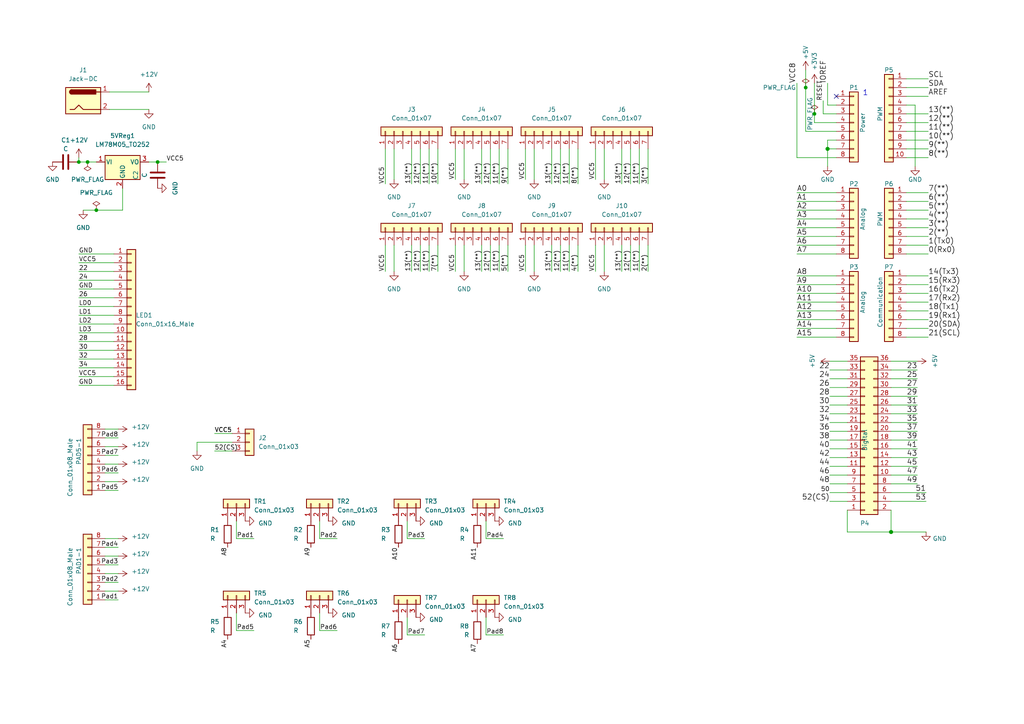
<source format=kicad_sch>
(kicad_sch (version 20230121) (generator eeschema)
  (paper "A4")
  (lib_symbols
    (symbol "Connector:Jack-DC" (pin_names (offset 1.016))
      (property "Reference" "J" (at 0 5.334 0))
      (property "Value" "Jack-DC" (at 0 -5.08 0))
      (symbol "Jack-DC_1_1"
        (pin passive line (at 7.62 2.54 180) (length 2.54) (name "~") (number "1"))
        (pin passive line (at 7.62 -2.54 180) (length 2.54) (name "~") (number "2"))
      )
    )
    (symbol "Connector_Generic:Conn_01x03" (pin_names (offset 1.016) hide)
      (property "Reference" "J" (at 0 5.08 0))
      (property "Value" "Conn_01x03" (at 0 -5.08 0))
      (symbol "Conn_01x03_1_1"
        (pin passive line (at -5.08 2.54 0) (length 3.81) (name "Pin_1") (number "1"))
        (pin passive line (at -5.08 0 0) (length 3.81) (name "Pin_2") (number "2"))
        (pin passive line (at -5.08 -2.54 0) (length 3.81) (name "Pin_3") (number "3"))
      )
    )
    (symbol "Connector_Generic:Conn_01x07" (pin_names (offset 1.016) hide)
      (property "Reference" "J" (at 0 10.16 0))
      (property "Value" "Conn_01x07" (at 0 -10.16 0))
      (symbol "Conn_01x07_1_1"
        (pin passive line (at -5.08 7.62 0) (length 3.81) (name "Pin_1") (number "1"))
        (pin passive line (at -5.08 5.08 0) (length 3.81) (name "Pin_2") (number "2"))
        (pin passive line (at -5.08 2.54 0) (length 3.81) (name "Pin_3") (number "3"))
        (pin passive line (at -5.08 0 0) (length 3.81) (name "Pin_4") (number "4"))
        (pin passive line (at -5.08 -2.54 0) (length 3.81) (name "Pin_5") (number "5"))
        (pin passive line (at -5.08 -5.08 0) (length 3.81) (name "Pin_6") (number "6"))
        (pin passive line (at -5.08 -7.62 0) (length 3.81) (name "Pin_7") (number "7"))
      )
    )
    (symbol "Connector_Generic:Conn_01x08" (pin_names (offset 1.016) hide)
      (property "Reference" "J" (at 0 10.16 0))
      (property "Value" "Conn_01x08" (at 0 -12.7 0))
      (symbol "Conn_01x08_1_1"
        (pin passive line (at -5.08 7.62 0) (length 3.81) (name "Pin_1") (number "1"))
        (pin passive line (at -5.08 5.08 0) (length 3.81) (name "Pin_2") (number "2"))
        (pin passive line (at -5.08 2.54 0) (length 3.81) (name "Pin_3") (number "3"))
        (pin passive line (at -5.08 0 0) (length 3.81) (name "Pin_4") (number "4"))
        (pin passive line (at -5.08 -2.54 0) (length 3.81) (name "Pin_5") (number "5"))
        (pin passive line (at -5.08 -5.08 0) (length 3.81) (name "Pin_6") (number "6"))
        (pin passive line (at -5.08 -7.62 0) (length 3.81) (name "Pin_7") (number "7"))
        (pin passive line (at -5.08 -10.16 0) (length 3.81) (name "Pin_8") (number "8"))
      )
    )
    (symbol "Connector_Generic:Conn_01x10" (pin_names (offset 1.016) hide)
      (property "Reference" "J" (at 0 12.7 0))
      (property "Value" "Conn_01x10" (at 0 -15.24 0))
      (symbol "Conn_01x10_1_1"
        (pin passive line (at -5.08 10.16 0) (length 3.81) (name "Pin_1") (number "1"))
        (pin passive line (at -5.08 -12.7 0) (length 3.81) (name "Pin_10") (number "10"))
        (pin passive line (at -5.08 7.62 0) (length 3.81) (name "Pin_2") (number "2"))
        (pin passive line (at -5.08 5.08 0) (length 3.81) (name "Pin_3") (number "3"))
        (pin passive line (at -5.08 2.54 0) (length 3.81) (name "Pin_4") (number "4"))
        (pin passive line (at -5.08 0 0) (length 3.81) (name "Pin_5") (number "5"))
        (pin passive line (at -5.08 -2.54 0) (length 3.81) (name "Pin_6") (number "6"))
        (pin passive line (at -5.08 -5.08 0) (length 3.81) (name "Pin_7") (number "7"))
        (pin passive line (at -5.08 -7.62 0) (length 3.81) (name "Pin_8") (number "8"))
        (pin passive line (at -5.08 -10.16 0) (length 3.81) (name "Pin_9") (number "9"))
      )
    )
    (symbol "Connector_Generic:Conn_01x16" (pin_names (offset 1.016) hide)
      (property "Reference" "J" (at 0 20.32 0))
      (property "Value" "Conn_01x16" (at 0 -22.86 0))
      (symbol "Conn_01x16_1_1"
        (pin passive line (at -5.08 17.78 0) (length 3.81) (name "Pin_1") (number "1"))
        (pin passive line (at -5.08 -5.08 0) (length 3.81) (name "Pin_10") (number "10"))
        (pin passive line (at -5.08 -7.62 0) (length 3.81) (name "Pin_11") (number "11"))
        (pin passive line (at -5.08 -10.16 0) (length 3.81) (name "Pin_12") (number "12"))
        (pin passive line (at -5.08 -12.7 0) (length 3.81) (name "Pin_13") (number "13"))
        (pin passive line (at -5.08 -15.24 0) (length 3.81) (name "Pin_14") (number "14"))
        (pin passive line (at -5.08 -17.78 0) (length 3.81) (name "Pin_15") (number "15"))
        (pin passive line (at -5.08 -20.32 0) (length 3.81) (name "Pin_16") (number "16"))
        (pin passive line (at -5.08 15.24 0) (length 3.81) (name "Pin_2") (number "2"))
        (pin passive line (at -5.08 12.7 0) (length 3.81) (name "Pin_3") (number "3"))
        (pin passive line (at -5.08 10.16 0) (length 3.81) (name "Pin_4") (number "4"))
        (pin passive line (at -5.08 7.62 0) (length 3.81) (name "Pin_5") (number "5"))
        (pin passive line (at -5.08 5.08 0) (length 3.81) (name "Pin_6") (number "6"))
        (pin passive line (at -5.08 2.54 0) (length 3.81) (name "Pin_7") (number "7"))
        (pin passive line (at -5.08 0 0) (length 3.81) (name "Pin_8") (number "8"))
        (pin passive line (at -5.08 -2.54 0) (length 3.81) (name "Pin_9") (number "9"))
      )
    )
    (symbol "Connector_Generic:Conn_02x18_Odd_Even" (pin_names (offset 1.016) hide)
      (property "Reference" "J" (at 1.27 22.86 0))
      (property "Value" "Conn_02x18_Odd_Even" (at 1.27 -25.4 0))
      (symbol "Conn_02x18_Odd_Even_1_1"
        (pin passive line (at -5.08 20.32 0) (length 3.81) (name "Pin_1") (number "1"))
        (pin passive line (at 7.62 10.16 180) (length 3.81) (name "Pin_10") (number "10"))
        (pin passive line (at -5.08 7.62 0) (length 3.81) (name "Pin_11") (number "11"))
        (pin passive line (at 7.62 7.62 180) (length 3.81) (name "Pin_12") (number "12"))
        (pin passive line (at -5.08 5.08 0) (length 3.81) (name "Pin_13") (number "13"))
        (pin passive line (at 7.62 5.08 180) (length 3.81) (name "Pin_14") (number "14"))
        (pin passive line (at -5.08 2.54 0) (length 3.81) (name "Pin_15") (number "15"))
        (pin passive line (at 7.62 2.54 180) (length 3.81) (name "Pin_16") (number "16"))
        (pin passive line (at -5.08 0 0) (length 3.81) (name "Pin_17") (number "17"))
        (pin passive line (at 7.62 0 180) (length 3.81) (name "Pin_18") (number "18"))
        (pin passive line (at -5.08 -2.54 0) (length 3.81) (name "Pin_19") (number "19"))
        (pin passive line (at 7.62 20.32 180) (length 3.81) (name "Pin_2") (number "2"))
        (pin passive line (at 7.62 -2.54 180) (length 3.81) (name "Pin_20") (number "20"))
        (pin passive line (at -5.08 -5.08 0) (length 3.81) (name "Pin_21") (number "21"))
        (pin passive line (at 7.62 -5.08 180) (length 3.81) (name "Pin_22") (number "22"))
        (pin passive line (at -5.08 -7.62 0) (length 3.81) (name "Pin_23") (number "23"))
        (pin passive line (at 7.62 -7.62 180) (length 3.81) (name "Pin_24") (number "24"))
        (pin passive line (at -5.08 -10.16 0) (length 3.81) (name "Pin_25") (number "25"))
        (pin passive line (at 7.62 -10.16 180) (length 3.81) (name "Pin_26") (number "26"))
        (pin passive line (at -5.08 -12.7 0) (length 3.81) (name "Pin_27") (number "27"))
        (pin passive line (at 7.62 -12.7 180) (length 3.81) (name "Pin_28") (number "28"))
        (pin passive line (at -5.08 -15.24 0) (length 3.81) (name "Pin_29") (number "29"))
        (pin passive line (at -5.08 17.78 0) (length 3.81) (name "Pin_3") (number "3"))
        (pin passive line (at 7.62 -15.24 180) (length 3.81) (name "Pin_30") (number "30"))
        (pin passive line (at -5.08 -17.78 0) (length 3.81) (name "Pin_31") (number "31"))
        (pin passive line (at 7.62 -17.78 180) (length 3.81) (name "Pin_32") (number "32"))
        (pin passive line (at -5.08 -20.32 0) (length 3.81) (name "Pin_33") (number "33"))
        (pin passive line (at 7.62 -20.32 180) (length 3.81) (name "Pin_34") (number "34"))
        (pin passive line (at -5.08 -22.86 0) (length 3.81) (name "Pin_35") (number "35"))
        (pin passive line (at 7.62 -22.86 180) (length 3.81) (name "Pin_36") (number "36"))
        (pin passive line (at 7.62 17.78 180) (length 3.81) (name "Pin_4") (number "4"))
        (pin passive line (at -5.08 15.24 0) (length 3.81) (name "Pin_5") (number "5"))
        (pin passive line (at 7.62 15.24 180) (length 3.81) (name "Pin_6") (number "6"))
        (pin passive line (at -5.08 12.7 0) (length 3.81) (name "Pin_7") (number "7"))
        (pin passive line (at 7.62 12.7 180) (length 3.81) (name "Pin_8") (number "8"))
        (pin passive line (at -5.08 10.16 0) (length 3.81) (name "Pin_9") (number "9"))
      )
    )
    (symbol "Device:C" (pin_numbers hide) (pin_names (offset 0.254))
      (property "Reference" "C" (at 0.635 2.54 0))
      (property "Value" "C" (at 0.635 -2.54 0))
      (symbol "C_1_1"
        (pin passive line (at 0 3.81 270) (length 2.794) (name "~") (number "1"))
        (pin passive line (at 0 -3.81 90) (length 2.794) (name "~") (number "2"))
      )
    )
    (symbol "Device:R" (pin_numbers hide) (pin_names (offset 0))
      (property "Reference" "R" (at 2.032 0 90))
      (property "Value" "R" (at 0 0 90))
      (symbol "R_1_1"
        (pin passive line (at 0 3.81 270) (length 1.27) (name "~") (number "1"))
        (pin passive line (at 0 -3.81 90) (length 1.27) (name "~") (number "2"))
      )
    )
    (symbol "Regulator_Linear:LM78M05_TO252" (pin_names (offset 0.254))
      (property "Reference" "U" (at -3.81 3.175 0))
      (property "Value" "LM78M05_TO252" (at 0 3.175 0))
      (symbol "LM78M05_TO252_1_1"
        (pin power_in line (at -7.62 0 0) (length 2.54) (name "VI") (number "1"))
        (pin power_in line (at 0 -7.62 90) (length 2.54) (name "GND") (number "2"))
        (pin power_out line (at 7.62 0 180) (length 2.54) (name "VO") (number "3"))
      )
    )
    (symbol "power:+12V" (power) (pin_names (offset 0))
      (property "Value" "+12V" (at 0 3.556 0))
      (symbol "+12V_1_1"
        (pin power_in line (at 0 0 90) (length 0) hide (name "+12V") (number "1"))
      )
    )
    (symbol "power:+3V3" (power) (pin_names (offset 0))
      (property "Value" "+3V3" (at 0 3.556 0))
      (symbol "+3V3_1_1"
        (pin power_in line (at 0 0 90) (length 0) hide (name "+3V3") (number "1"))
      )
    )
    (symbol "power:+5V" (power) (pin_names (offset 0))
      (property "Value" "+5V" (at 0 3.556 0))
      (symbol "+5V_1_1"
        (pin power_in line (at 0 0 90) (length 0) hide (name "+5V") (number "1"))
      )
    )
    (symbol "power:GND" (power) (pin_names (offset 0))
      (property "Value" "GND" (at 0 -3.81 0))
      (symbol "GND_1_1"
        (pin power_in line (at 0 0 270) (length 0) hide (name "GND") (number "1"))
      )
    )
    (symbol "power:PWR_FLAG" (power) (pin_numbers hide) (pin_names (offset 0) hide)
      (property "Value" "PWR_FLAG" (at 0 3.81 0))
      (symbol "PWR_FLAG_0_0"
        (pin power_out line (at 0 0 90) (length 0) (name "pwr") (number "1"))
      )
    )
  )
  (junction (at 240.03 43.18) (diameter 1.016))
  (junction (at 25.4 46.99))
  (junction (at 27.94 60.96))
  (junction (at 258.445 154.305) (diameter 1.016))
  (junction (at 22.86 46.99))
  (junction (at 45.72 46.99))
  (junction (at 236.22 33.02))
  (junction (at 233.68 25.4))
  (no_connect (at 242.57 27.94))
  (wire (pts (xy 22.86 91.44) (xy 33.02 91.44)))
  (wire (pts (xy 92.71 151.13) (xy 92.71 156.21)))
  (wire (pts (xy 167.64 71.12) (xy 167.64 78.74)))
  (wire (pts (xy 172.72 71.12) (xy 172.72 78.74)))
  (wire (pts (xy 139.7 43.18) (xy 139.7 53.34)))
  (wire (pts (xy 231.14 58.42) (xy 242.57 58.42)))
  (wire (pts (xy 245.745 145.415) (xy 240.665 145.415)))
  (wire (pts (xy 231.14 68.58) (xy 242.57 68.58)))
  (wire (pts (xy 144.78 43.18) (xy 144.78 53.34)))
  (wire (pts (xy 121.92 43.18) (xy 121.92 53.34)))
  (wire (pts (xy 27.94 60.96) (xy 35.56 60.96)))
  (wire (pts (xy 258.445 127.635) (xy 266.065 127.635)))
  (wire (pts (xy 262.89 73.66) (xy 269.24 73.66)))
  (wire (pts (xy 236.22 35.56) (xy 242.57 35.56)))
  (wire (pts (xy 22.86 73.66) (xy 33.02 73.66)))
  (wire (pts (xy 57.15 128.27) (xy 57.15 130.81)))
  (wire (pts (xy 245.745 127.635) (xy 240.665 127.635)))
  (wire (pts (xy 258.445 140.335) (xy 266.065 140.335)))
  (wire (pts (xy 242.57 80.01) (xy 231.14 80.01)))
  (wire (pts (xy 27.94 46.99) (xy 25.4 46.99)))
  (wire (pts (xy 92.71 182.88) (xy 97.79 182.88)))
  (wire (pts (xy 262.89 97.79) (xy 269.24 97.79)))
  (wire (pts (xy 142.24 71.12) (xy 142.24 78.74)))
  (wire (pts (xy 167.64 43.18) (xy 167.64 53.34)))
  (wire (pts (xy 62.23 125.73) (xy 67.31 125.73)))
  (wire (pts (xy 245.745 140.335) (xy 240.665 140.335)))
  (wire (pts (xy 34.29 137.16) (xy 30.48 137.16)))
  (wire (pts (xy 240.665 104.775) (xy 245.745 104.775)))
  (wire (pts (xy 258.445 122.555) (xy 266.065 122.555)))
  (wire (pts (xy 242.57 55.88) (xy 231.14 55.88)))
  (wire (pts (xy 118.11 156.21) (xy 123.19 156.21)))
  (wire (pts (xy 114.3 43.18) (xy 114.3 52.07)))
  (wire (pts (xy 262.89 58.42) (xy 269.24 58.42)))
  (wire (pts (xy 34.29 139.7) (xy 30.48 139.7)))
  (wire (pts (xy 242.57 66.04) (xy 231.14 66.04)))
  (wire (pts (xy 22.86 96.52) (xy 33.02 96.52)))
  (wire (pts (xy 62.23 130.81) (xy 67.31 130.81)))
  (wire (pts (xy 242.57 71.12) (xy 231.14 71.12)))
  (wire (pts (xy 144.78 71.12) (xy 144.78 78.74)))
  (wire (pts (xy 147.32 71.12) (xy 147.32 78.74)))
  (wire (pts (xy 22.86 83.82) (xy 33.02 83.82)))
  (wire (pts (xy 262.89 45.72) (xy 269.24 45.72)))
  (wire (pts (xy 154.94 71.12) (xy 154.94 78.74)))
  (wire (pts (xy 140.97 179.07) (xy 140.97 184.15)))
  (wire (pts (xy 236.22 33.02) (xy 236.22 35.56)))
  (wire (pts (xy 258.445 104.775) (xy 266.065 104.775)))
  (wire (pts (xy 269.24 60.96) (xy 262.89 60.96)))
  (wire (pts (xy 242.57 95.25) (xy 231.14 95.25)))
  (wire (pts (xy 43.18 46.99) (xy 45.72 46.99)))
  (wire (pts (xy 22.86 88.9) (xy 33.02 88.9)))
  (wire (pts (xy 245.745 122.555) (xy 240.665 122.555)))
  (wire (pts (xy 258.445 154.305) (xy 268.605 154.305)))
  (wire (pts (xy 132.08 43.18) (xy 132.08 52.07)))
  (wire (pts (xy 240.03 43.18) (xy 240.03 48.26)))
  (wire (pts (xy 34.29 132.08) (xy 30.48 132.08)))
  (wire (pts (xy 269.24 66.04) (xy 262.89 66.04)))
  (wire (pts (xy 231.14 97.79) (xy 242.57 97.79)))
  (wire (pts (xy 119.38 71.12) (xy 119.38 78.74)))
  (wire (pts (xy 242.57 60.96) (xy 231.14 60.96)))
  (wire (pts (xy 265.43 48.26) (xy 265.43 30.48)))
  (wire (pts (xy 172.72 43.18) (xy 172.72 52.07)))
  (wire (pts (xy 242.57 33.02) (xy 238.76 33.02)))
  (wire (pts (xy 124.46 43.18) (xy 124.46 53.34)))
  (wire (pts (xy 240.03 30.48) (xy 240.03 24.13)))
  (wire (pts (xy 147.32 43.18) (xy 147.32 53.34)))
  (wire (pts (xy 245.745 112.395) (xy 240.665 112.395)))
  (wire (pts (xy 22.86 46.99) (xy 22.86 45.72)))
  (wire (pts (xy 160.02 71.12) (xy 160.02 78.74)))
  (wire (pts (xy 35.56 54.61) (xy 35.56 60.96)))
  (wire (pts (xy 140.97 184.15) (xy 146.05 184.15)))
  (wire (pts (xy 236.22 24.13) (xy 236.22 33.02)))
  (wire (pts (xy 242.57 30.48) (xy 240.03 30.48)))
  (wire (pts (xy 258.445 109.855) (xy 266.065 109.855)))
  (wire (pts (xy 245.745 137.795) (xy 240.665 137.795)))
  (wire (pts (xy 68.58 177.8) (xy 68.58 182.88)))
  (wire (pts (xy 165.1 71.12) (xy 165.1 78.74)))
  (wire (pts (xy 245.745 109.855) (xy 240.665 109.855)))
  (wire (pts (xy 269.24 55.88) (xy 262.89 55.88)))
  (wire (pts (xy 34.29 156.21) (xy 30.48 156.21)))
  (wire (pts (xy 25.4 46.99) (xy 22.86 46.99)))
  (wire (pts (xy 258.445 137.795) (xy 266.065 137.795)))
  (wire (pts (xy 45.72 46.99) (xy 48.26 46.99)))
  (wire (pts (xy 231.14 63.5) (xy 242.57 63.5)))
  (wire (pts (xy 34.29 171.45) (xy 30.48 171.45)))
  (wire (pts (xy 262.89 68.58) (xy 269.24 68.58)))
  (wire (pts (xy 269.24 90.17) (xy 262.89 90.17)))
  (wire (pts (xy 124.46 71.12) (xy 124.46 78.74)))
  (wire (pts (xy 245.745 107.315) (xy 240.665 107.315)))
  (wire (pts (xy 231.14 87.63) (xy 242.57 87.63)))
  (wire (pts (xy 262.89 87.63) (xy 269.24 87.63)))
  (wire (pts (xy 34.29 166.37) (xy 30.48 166.37)))
  (wire (pts (xy 34.29 129.54) (xy 30.48 129.54)))
  (wire (pts (xy 185.42 71.12) (xy 185.42 78.74)))
  (wire (pts (xy 258.445 147.955) (xy 258.445 154.305)))
  (wire (pts (xy 127 71.12) (xy 127 78.74)))
  (wire (pts (xy 245.745 147.955) (xy 245.745 154.305)))
  (wire (pts (xy 233.68 20.32) (xy 233.68 25.4)))
  (wire (pts (xy 67.31 128.27) (xy 57.15 128.27)))
  (wire (pts (xy 34.29 142.24) (xy 30.48 142.24)))
  (wire (pts (xy 139.7 71.12) (xy 139.7 78.74)))
  (wire (pts (xy 240.03 40.64) (xy 240.03 43.18)))
  (wire (pts (xy 187.96 71.12) (xy 187.96 78.74)))
  (wire (pts (xy 165.1 43.18) (xy 165.1 53.34)))
  (wire (pts (xy 245.745 142.875) (xy 240.665 142.875)))
  (wire (pts (xy 140.97 151.13) (xy 140.97 156.21)))
  (wire (pts (xy 119.38 43.18) (xy 119.38 53.34)))
  (wire (pts (xy 34.29 124.46) (xy 30.48 124.46)))
  (wire (pts (xy 262.89 63.5) (xy 269.24 63.5)))
  (wire (pts (xy 132.08 71.12) (xy 132.08 78.74)))
  (wire (pts (xy 154.94 43.18) (xy 154.94 52.07)))
  (wire (pts (xy 258.445 130.175) (xy 266.065 130.175)))
  (wire (pts (xy 262.89 40.64) (xy 269.24 40.64)))
  (wire (pts (xy 262.89 38.1) (xy 269.24 38.1)))
  (wire (pts (xy 31.75 31.75) (xy 43.18 31.75)))
  (wire (pts (xy 24.13 60.96) (xy 27.94 60.96)))
  (wire (pts (xy 238.76 29.21) (xy 238.76 33.02)))
  (wire (pts (xy 121.92 71.12) (xy 121.92 78.74)))
  (wire (pts (xy 180.34 43.18) (xy 180.34 53.34)))
  (wire (pts (xy 92.71 177.8) (xy 92.71 182.88)))
  (wire (pts (xy 245.745 154.305) (xy 258.445 154.305)))
  (wire (pts (xy 258.445 107.315) (xy 266.065 107.315)))
  (wire (pts (xy 68.58 156.21) (xy 73.66 156.21)))
  (wire (pts (xy 92.71 156.21) (xy 97.79 156.21)))
  (wire (pts (xy 269.24 80.01) (xy 262.89 80.01)))
  (wire (pts (xy 245.745 114.935) (xy 240.665 114.935)))
  (wire (pts (xy 258.445 142.875) (xy 268.605 142.875)))
  (wire (pts (xy 269.24 43.18) (xy 262.89 43.18)))
  (wire (pts (xy 118.11 179.07) (xy 118.11 184.15)))
  (wire (pts (xy 258.445 114.935) (xy 266.065 114.935)))
  (wire (pts (xy 242.57 43.18) (xy 240.03 43.18)))
  (wire (pts (xy 242.57 45.72) (xy 231.14 45.72)))
  (wire (pts (xy 242.57 40.64) (xy 240.03 40.64)))
  (wire (pts (xy 34.29 173.99) (xy 30.48 173.99)))
  (wire (pts (xy 245.745 132.715) (xy 240.665 132.715)))
  (wire (pts (xy 262.89 33.02) (xy 269.24 33.02)))
  (wire (pts (xy 245.745 117.475) (xy 240.665 117.475)))
  (wire (pts (xy 22.86 111.76) (xy 33.02 111.76)))
  (wire (pts (xy 245.745 125.095) (xy 240.665 125.095)))
  (wire (pts (xy 231.14 92.71) (xy 242.57 92.71)))
  (wire (pts (xy 160.02 43.18) (xy 160.02 53.34)))
  (wire (pts (xy 22.86 93.98) (xy 33.02 93.98)))
  (wire (pts (xy 22.86 101.6) (xy 33.02 101.6)))
  (wire (pts (xy 245.745 130.175) (xy 240.665 130.175)))
  (wire (pts (xy 162.56 43.18) (xy 162.56 53.34)))
  (wire (pts (xy 233.68 38.1) (xy 242.57 38.1)))
  (wire (pts (xy 258.445 117.475) (xy 266.065 117.475)))
  (wire (pts (xy 269.24 25.4) (xy 262.89 25.4)))
  (wire (pts (xy 258.445 132.715) (xy 266.065 132.715)))
  (wire (pts (xy 111.76 71.12) (xy 111.76 78.74)))
  (wire (pts (xy 265.43 30.48) (xy 262.89 30.48)))
  (wire (pts (xy 140.97 156.21) (xy 146.05 156.21)))
  (wire (pts (xy 142.24 43.18) (xy 142.24 53.34)))
  (wire (pts (xy 182.88 71.12) (xy 182.88 78.74)))
  (wire (pts (xy 242.57 90.17) (xy 231.14 90.17)))
  (wire (pts (xy 269.24 35.56) (xy 262.89 35.56)))
  (wire (pts (xy 31.75 26.67) (xy 43.18 26.67)))
  (wire (pts (xy 269.24 71.12) (xy 262.89 71.12)))
  (wire (pts (xy 34.29 168.91) (xy 30.48 168.91)))
  (wire (pts (xy 34.29 161.29) (xy 30.48 161.29)))
  (wire (pts (xy 22.86 106.68) (xy 33.02 106.68)))
  (wire (pts (xy 258.445 125.095) (xy 266.065 125.095)))
  (wire (pts (xy 134.62 43.18) (xy 134.62 52.07)))
  (wire (pts (xy 22.86 78.74) (xy 33.02 78.74)))
  (wire (pts (xy 262.89 82.55) (xy 269.24 82.55)))
  (wire (pts (xy 134.62 71.12) (xy 134.62 78.74)))
  (wire (pts (xy 22.86 86.36) (xy 33.02 86.36)))
  (wire (pts (xy 258.445 135.255) (xy 266.065 135.255)))
  (wire (pts (xy 111.76 43.18) (xy 111.76 53.34)))
  (wire (pts (xy 180.34 71.12) (xy 180.34 78.74)))
  (wire (pts (xy 34.29 158.75) (xy 30.48 158.75)))
  (wire (pts (xy 262.89 22.86) (xy 269.24 22.86)))
  (wire (pts (xy 185.42 43.18) (xy 185.42 53.34)))
  (wire (pts (xy 118.11 151.13) (xy 118.11 156.21)))
  (wire (pts (xy 34.29 127) (xy 30.48 127)))
  (wire (pts (xy 175.26 71.12) (xy 175.26 78.74)))
  (wire (pts (xy 269.24 95.25) (xy 262.89 95.25)))
  (wire (pts (xy 22.86 76.2) (xy 33.02 76.2)))
  (wire (pts (xy 231.14 73.66) (xy 242.57 73.66)))
  (wire (pts (xy 231.14 82.55) (xy 242.57 82.55)))
  (wire (pts (xy 22.86 109.22) (xy 33.02 109.22)))
  (wire (pts (xy 258.445 112.395) (xy 266.065 112.395)))
  (wire (pts (xy 22.86 81.28) (xy 33.02 81.28)))
  (wire (pts (xy 34.29 163.83) (xy 30.48 163.83)))
  (wire (pts (xy 34.29 134.62) (xy 30.48 134.62)))
  (wire (pts (xy 187.96 43.18) (xy 187.96 53.34)))
  (wire (pts (xy 258.445 145.415) (xy 268.605 145.415)))
  (wire (pts (xy 269.24 85.09) (xy 262.89 85.09)))
  (wire (pts (xy 22.86 104.14) (xy 33.02 104.14)))
  (wire (pts (xy 22.86 99.06) (xy 33.02 99.06)))
  (wire (pts (xy 182.88 43.18) (xy 182.88 53.34)))
  (wire (pts (xy 245.745 135.255) (xy 240.665 135.255)))
  (wire (pts (xy 262.89 92.71) (xy 269.24 92.71)))
  (wire (pts (xy 231.14 24.13) (xy 231.14 45.72)))
  (wire (pts (xy 118.11 184.15) (xy 123.19 184.15)))
  (wire (pts (xy 245.745 120.015) (xy 240.665 120.015)))
  (wire (pts (xy 114.3 71.12) (xy 114.3 78.74)))
  (wire (pts (xy 162.56 71.12) (xy 162.56 78.74)))
  (wire (pts (xy 242.57 85.09) (xy 231.14 85.09)))
  (wire (pts (xy 233.68 25.4) (xy 233.68 38.1)))
  (wire (pts (xy 152.4 71.12) (xy 152.4 78.74)))
  (wire (pts (xy 152.4 43.18) (xy 152.4 52.07)))
  (wire (pts (xy 262.89 27.94) (xy 269.24 27.94)))
  (wire (pts (xy 258.445 120.015) (xy 266.065 120.015)))
  (wire (pts (xy 68.58 182.88) (xy 73.66 182.88)))
  (wire (pts (xy 68.58 151.13) (xy 68.58 156.21)))
  (wire (pts (xy 175.26 43.18) (xy 175.26 52.07)))
  (wire (pts (xy 127 43.18) (xy 127 53.34)))
  (text "1" (at 250.19 27.94 0) (effects (font (size 1.524 1.524)) (justify left bottom)))
  (label "15(Rx3)" (at 269.24 82.55 0) (effects (font (size 1.524 1.524))))
  (label "A4" (at 66.04 185.42 270))
  (label "41" (at 266.065 130.175 180) (effects (font (size 1.524 1.524))))
  (label "24" (at 240.665 109.855 180) (effects (font (size 1.524 1.524))))
  (label "11(**)" (at 269.24 38.1 0) (effects (font (size 1.524 1.524))))
  (label "VCC5" (at 48.26 46.99 0))
  (label "A14" (at 231.14 95.25 0) (effects (font (size 1.524 1.524))))
  (label "25" (at 266.065 109.855 180) (effects (font (size 1.524 1.524))))
  (label "VCC5" (at 62.23 125.73 0))
  (label "Pad6" (at 97.79 182.88 180))
  (label "34" (at 240.665 122.555 180) (effects (font (size 1.524 1.524))))
  (label "A15" (at 231.14 97.79 0) (effects (font (size 1.524 1.524))))
  (label "A9" (at 231.14 82.55 0) (effects (font (size 1.524 1.524))))
  (label "11(**)" (at 124.46 53.34 90))
  (label "Pad8" (at 34.29 127 180))
  (label "A8" (at 231.14 80.01 0) (effects (font (size 1.524 1.524))))
  (label "7(**)" (at 127 78.74 90))
  (label "23" (at 266.065 107.315 180) (effects (font (size 1.524 1.524))))
  (label "A5" (at 90.17 185.42 270))
  (label "A10" (at 231.14 85.09 0) (effects (font (size 1.524 1.524))))
  (label "26" (at 240.665 112.395 180) (effects (font (size 1.524 1.524))))
  (label "GND" (at 22.86 73.66 0))
  (label "14(Tx3)" (at 269.24 80.01 0) (effects (font (size 1.524 1.524))))
  (label "11(**)" (at 124.46 78.74 90))
  (label "11(**)" (at 144.78 78.74 90))
  (label "45" (at 266.065 135.255 180) (effects (font (size 1.524 1.524))))
  (label "LD2" (at 22.86 93.98 0))
  (label "VCC5" (at 132.08 78.74 90))
  (label "A2" (at 231.14 60.96 0) (effects (font (size 1.524 1.524))))
  (label "8(**)" (at 167.64 53.34 90))
  (label "35" (at 266.065 122.555 180) (effects (font (size 1.524 1.524))))
  (label "VCC5" (at 132.08 52.07 90))
  (label "12(**)" (at 142.24 53.34 90))
  (label "4(**)" (at 269.24 63.5 0) (effects (font (size 1.524 1.524))))
  (label "12(**)" (at 162.56 78.74 90))
  (label "5(**)" (at 147.32 78.74 90))
  (label "13(**)" (at 119.38 53.34 90))
  (label "12(**)" (at 182.88 53.34 90))
  (label "LD3" (at 22.86 96.52 0))
  (label "13(**)" (at 160.02 53.34 90))
  (label "A6" (at 231.14 71.12 0) (effects (font (size 1.524 1.524))))
  (label "SCL" (at 269.24 22.86 0) (effects (font (size 1.524 1.524))))
  (label "28" (at 22.86 99.06 0))
  (label "52(CS)" (at 62.23 130.81 0))
  (label "12(**)" (at 142.24 78.74 90))
  (label "44" (at 240.665 135.255 180) (effects (font (size 1.524 1.524))))
  (label "22" (at 22.86 78.74 0))
  (label "Pad4" (at 34.29 158.75 180))
  (label "40" (at 240.665 130.175 180) (effects (font (size 1.524 1.524))))
  (label "2(**)" (at 187.96 78.74 90))
  (label "13(**)" (at 139.7 78.74 90))
  (label "9(**)" (at 269.24 43.18 0) (effects (font (size 1.524 1.524))))
  (label "VCC5" (at 152.4 78.74 90))
  (label "VCC5" (at 111.76 78.74 90))
  (label "11(**)" (at 144.78 53.34 90))
  (label "VCC5" (at 152.4 52.07 90))
  (label "11(**)" (at 185.42 78.74 90))
  (label "LD0" (at 22.86 88.9 0))
  (label "VCC5" (at 62.23 125.73 0))
  (label "Pad1" (at 34.29 173.99 180))
  (label "A7" (at 231.14 73.66 0) (effects (font (size 1.524 1.524))))
  (label "29" (at 266.065 114.935 180) (effects (font (size 1.524 1.524))))
  (label "A3" (at 231.14 63.5 0) (effects (font (size 1.524 1.524))))
  (label "VCC5" (at 111.76 53.34 90))
  (label "47" (at 266.065 137.795 180) (effects (font (size 1.524 1.524))))
  (label "Pad5" (at 73.66 182.88 180))
  (label "4(**)" (at 167.64 78.74 90))
  (label "28" (at 240.665 114.935 180) (effects (font (size 1.524 1.524))))
  (label "13(**)" (at 139.7 53.34 90))
  (label "17(Rx2)" (at 269.24 87.63 0) (effects (font (size 1.524 1.524))))
  (label "36" (at 240.665 125.095 180) (effects (font (size 1.524 1.524))))
  (label "A8" (at 66.04 158.75 270))
  (label "Pad2" (at 97.79 156.21 180))
  (label "48" (at 240.665 140.335 180) (effects (font (size 1.524 1.524))))
  (label "53" (at 268.605 145.415 180) (effects (font (size 1.524 1.524))))
  (label "37" (at 266.065 125.095 180) (effects (font (size 1.524 1.524))))
  (label "51" (at 268.605 142.875 180) (effects (font (size 1.524 1.524))))
  (label "A12" (at 231.14 90.17 0) (effects (font (size 1.524 1.524))))
  (label "39" (at 266.065 127.635 180) (effects (font (size 1.524 1.524))))
  (label "20(SDA)" (at 269.24 95.25 0) (effects (font (size 1.524 1.524))))
  (label "Pad4" (at 146.05 156.21 180))
  (label "42" (at 240.665 132.715 180) (effects (font (size 1.524 1.524))))
  (label "SDA" (at 269.24 25.4 0) (effects (font (size 1.524 1.524))))
  (label "11(**)" (at 185.42 53.34 90))
  (label "34" (at 22.86 106.68 0))
  (label "A11" (at 231.14 87.63 0) (effects (font (size 1.524 1.524))))
  (label "10(**)" (at 127 53.34 90))
  (label "A6" (at 115.57 186.69 270))
  (label "3(**)" (at 269.24 66.04 0) (effects (font (size 1.524 1.524))))
  (label "24" (at 22.86 81.28 0))
  (label "8(**)" (at 269.24 45.72 0) (effects (font (size 1.524 1.524))))
  (label "A13" (at 231.14 92.71 0) (effects (font (size 1.524 1.524))))
  (label "GND" (at 22.86 111.76 0))
  (label "49" (at 266.065 140.335 180) (effects (font (size 1.524 1.524))))
  (label "12(**)" (at 121.92 53.34 90))
  (label "Pad7" (at 123.19 184.15 180))
  (label "3(**)" (at 187.96 53.34 90))
  (label "11(**)" (at 165.1 78.74 90))
  (label "11(**)" (at 165.1 53.34 90))
  (label "7(**)" (at 269.24 55.88 0) (effects (font (size 1.524 1.524))))
  (label "RESET" (at 238.76 29.21 90))
  (label "13(**)" (at 269.24 33.02 0) (effects (font (size 1.524 1.524))))
  (label "50" (at 240.665 142.875 180))
  (label "12(**)" (at 269.24 35.56 0) (effects (font (size 1.524 1.524))))
  (label "Pad8" (at 146.05 184.15 180))
  (label "30" (at 22.86 101.6 0))
  (label "22" (at 240.665 107.315 180) (effects (font (size 1.524 1.524))))
  (label "16(Tx2)" (at 269.24 85.09 0) (effects (font (size 1.524 1.524))))
  (label "VCC5" (at 172.72 52.07 90))
  (label "IOREF" (at 240.03 24.13 90) (effects (font (size 1.524 1.524))))
  (label "12(**)" (at 182.88 78.74 90))
  (label "33" (at 266.065 120.015 180) (effects (font (size 1.524 1.524))))
  (label "13(**)" (at 180.34 78.74 90))
  (label "31" (at 266.065 117.475 180) (effects (font (size 1.524 1.524))))
  (label "A9" (at 90.17 158.75 270))
  (label "38" (at 240.665 127.635 180) (effects (font (size 1.524 1.524))))
  (label "VCC5" (at 22.86 109.22 0))
  (label "VCC5" (at 22.86 76.2 0))
  (label "A4" (at 231.14 66.04 0) (effects (font (size 1.524 1.524))))
  (label "A10" (at 115.57 158.75 270))
  (label "30" (at 240.665 117.475 180) (effects (font (size 1.524 1.524))))
  (label "VCC5" (at 172.72 78.74 90))
  (label "21(SCL)" (at 269.24 97.79 0) (effects (font (size 1.524 1.524))))
  (label "12(**)" (at 162.56 53.34 90))
  (label "VCC8" (at 231.14 24.13 90) (effects (font (size 1.524 1.524))))
  (label "43" (at 266.065 132.715 180) (effects (font (size 1.524 1.524))))
  (label "46" (at 240.665 137.795 180) (effects (font (size 1.524 1.524))))
  (label "32" (at 240.665 120.015 180) (effects (font (size 1.524 1.524))))
  (label "1(Tx0)" (at 269.24 71.12 0) (effects (font (size 1.524 1.524))))
  (label "0(Rx0)" (at 269.24 73.66 0) (effects (font (size 1.524 1.524))))
  (label "AREF" (at 269.24 27.94 0) (effects (font (size 1.524 1.524))))
  (label "Pad3" (at 34.29 163.83 180))
  (label "Pad1" (at 73.66 156.21 180))
  (label "12(**)" (at 121.92 78.74 90))
  (label "A7" (at 138.43 186.69 270))
  (label "Pad5" (at 34.29 142.24 180))
  (label "2(**)" (at 269.24 68.58 0) (effects (font (size 1.524 1.524))))
  (label "5(**)" (at 269.24 60.96 0) (effects (font (size 1.524 1.524))))
  (label "Pad7" (at 34.29 132.08 180))
  (label "26" (at 22.86 86.36 0))
  (label "6(**)" (at 269.24 58.42 0) (effects (font (size 1.524 1.524))))
  (label "52(CS)" (at 240.665 145.415 180) (effects (font (size 1.524 1.524))))
  (label "Pad2" (at 34.29 168.91 180))
  (label "A11" (at 138.43 158.75 270))
  (label "LD1" (at 22.86 91.44 0))
  (label "9(**)" (at 147.32 53.34 90))
  (label "A5" (at 231.14 68.58 0) (effects (font (size 1.524 1.524))))
  (label "27" (at 266.065 112.395 180) (effects (font (size 1.524 1.524))))
  (label "13(**)" (at 119.38 78.74 90))
  (label "19(Rx1)" (at 269.24 92.71 0) (effects (font (size 1.524 1.524))))
  (label "13(**)" (at 180.34 53.34 90))
  (label "GND" (at 22.86 83.82 0))
  (label "32" (at 22.86 104.14 0))
  (label "A0" (at 231.14 55.88 0) (effects (font (size 1.524 1.524))))
  (label "A1" (at 231.14 58.42 0) (effects (font (size 1.524 1.524))))
  (label "13(**)" (at 160.02 78.74 90))
  (label "Pad3" (at 123.19 156.21 180))
  (label "Pad6" (at 34.29 137.16 180))
  (label "18(Tx1)" (at 269.24 90.17 0) (effects (font (size 1.524 1.524))))
  (label "10(**)" (at 269.24 40.64 0) (effects (font (size 1.524 1.524))))
  (symbol (lib_id "power:GND") (at 114.3 52.07 0) (unit 1)
    (property "Reference" "#PWR010" (effects hide))
    (property "Value" "GND" (at 114.3 57.15 0))
  )
  (symbol (lib_id "Connector_Generic:Conn_01x07") (at 180.34 38.1 90) (unit 1)
    (property "Reference" "J6" (at 180.34 31.75 90))
    (property "Value" "Conn_01x07" (at 180.34 34.29 90))
    (property "Footprint" "Connector_PinHeader_2.54mm:PinHeader_1x07_P2.54mm_Vertical" (effects hide))
  )
  (symbol (lib_id "power:GND") (at 143.51 151.13 90) (unit 1)
    (property "Reference" "#PWR021" (effects hide))
    (property "Value" "GND" (at 147.32 151.765 90) (effects (justify right)))
  )
  (symbol (lib_id "power:+12V") (at 34.29 161.29 270) (unit 1)
    (property "Reference" "#PWR07" (effects hide))
    (property "Value" "+12V" (at 38.1 160.655 90) (effects (justify left)))
  )
  (symbol (lib_id "Device:R") (at 90.17 154.94 0) (unit 1)
    (property "Reference" "R2" (at 85.09 153.67 0) (effects (justify left)))
    (property "Value" "R" (at 85.09 156.21 0) (effects (justify left)))
    (property "Footprint" "Resistor_SMD:R_0805_2012Metric_Pad1.20x1.40mm_HandSolder" (effects hide))
  )
  (symbol (lib_id "Connector_Generic:Conn_01x03") (at 140.97 173.99 90) (unit 1)
    (property "Reference" "TR8" (at 146.05 173.355 90) (effects (justify right)))
    (property "Value" "Conn_01x03" (at 146.05 175.895 90) (effects (justify right)))
    (property "Footprint" "Connector_PinSocket_2.54mm:PinSocket_1x03_P2.54mm_Vertical" (effects hide))
  )
  (symbol (lib_id "power:GND") (at 134.62 78.74 0) (unit 1)
    (property "Reference" "#PWR015" (effects hide))
    (property "Value" "GND" (at 134.62 83.82 0))
  )
  (symbol (lib_id "Device:R") (at 66.04 181.61 0) (unit 1)
    (property "Reference" "R5" (at 60.96 180.34 0) (effects (justify left)))
    (property "Value" "R" (at 60.96 182.88 0) (effects (justify left)))
    (property "Footprint" "Resistor_SMD:R_0805_2012Metric_Pad1.20x1.40mm_HandSolder" (effects hide))
  )
  (symbol (lib_id "power:PWR_FLAG") (at 27.94 60.96 0) (unit 1)
    (property "Reference" "#FLG0102" (effects hide))
    (property "Value" "PWR_FLAG" (at 27.94 55.88 0))
  )
  (symbol (lib_id "power:+12V") (at 34.29 134.62 270) (unit 1)
    (property "Reference" "#PWR02" (effects hide))
    (property "Value" "+12V" (at 38.1 133.985 90) (effects (justify left)))
  )
  (symbol (lib_id "power:GND") (at 71.12 177.8 90) (unit 1)
    (property "Reference" "#PWR025" (effects hide))
    (property "Value" "GND" (at 74.93 178.435 90) (effects (justify right)))
  )
  (symbol (lib_id "Regulator_Linear:LM78M05_TO252") (at 35.56 46.99 0) (unit 1)
    (property "Reference" "5VReg1" (at 35.56 39.37 0))
    (property "Value" "LM78M05_TO252" (at 35.56 41.91 0))
    (property "Footprint" "Package_TO_SOT_SMD:TO-252-2" (effects hide))
    (property "Datasheet" "https://www.onsemi.com/pub/Collateral/MC78M00-D.PDF" (effects hide))
  )
  (symbol (lib_id "Device:C") (at 19.05 46.99 90) (unit 1)
    (property "Reference" "C1" (at 19.05 40.64 90))
    (property "Value" "C" (at 19.05 43.18 90))
    (property "Footprint" "footprints_0805_0-33uF:CAP_CL21_SAM" (effects hide))
  )
  (symbol (lib_id "Connector_Generic:Conn_01x08") (at 257.81 63.5 0) (mirror y) (unit 1)
    (property "Reference" "P6" (at 257.81 53.34 0))
    (property "Value" "PWM" (at 255.27 63.5 90))
    (property "Footprint" "Connector_PinHeader_2.54mm:PinHeader_1x08_P2.54mm_Vertical" (effects hide))
  )
  (symbol (lib_id "power:+12V") (at 34.29 124.46 270) (unit 1)
    (property "Reference" "#PWR04" (effects hide))
    (property "Value" "+12V" (at 38.1 123.825 90) (effects (justify left)))
  )
  (symbol (lib_id "Connector_Generic:Conn_01x08") (at 25.4 166.37 180) (unit 1)
    (property "Reference" "PAD1-1" (at 22.86 158.75 90) (effects (justify left)))
    (property "Value" "Conn_01x08_Male" (at 20.32 158.75 90) (effects (justify left)))
    (property "Footprint" "Connector_PinHeader_2.54mm:PinHeader_1x08_P2.54mm_Vertical" (effects hide))
  )
  (symbol (lib_id "power:GND") (at 175.26 52.07 0) (unit 1)
    (property "Reference" "#PWR013" (effects hide))
    (property "Value" "GND" (at 175.26 57.15 0))
  )
  (symbol (lib_id "Connector_Generic:Conn_01x03") (at 92.71 172.72 90) (unit 1)
    (property "Reference" "TR6" (at 97.79 172.085 90) (effects (justify right)))
    (property "Value" "Conn_01x03" (at 97.79 174.625 90) (effects (justify right)))
    (property "Footprint" "Connector_PinSocket_2.54mm:PinSocket_1x03_P2.54mm_Vertical" (effects hide))
  )
  (symbol (lib_id "Device:R") (at 115.57 182.88 0) (unit 1)
    (property "Reference" "R7" (at 110.49 181.61 0) (effects (justify left)))
    (property "Value" "R" (at 110.49 184.15 0) (effects (justify left)))
    (property "Footprint" "Resistor_SMD:R_0805_2012Metric_Pad1.20x1.40mm_HandSolder" (effects hide))
  )
  (symbol (lib_id "Connector_Generic:Conn_01x10") (at 257.81 33.02 0) (mirror y) (unit 1)
    (property "Reference" "P5" (at 257.81 20.32 0))
    (property "Value" "PWM" (at 255.27 33.02 90))
    (property "Footprint" "Connector_PinHeader_2.54mm:PinHeader_1x10_P2.54mm_Vertical" (effects hide))
  )
  (symbol (lib_id "Connector_Generic:Conn_01x03") (at 68.58 172.72 90) (unit 1)
    (property "Reference" "TR5" (at 73.66 172.085 90) (effects (justify right)))
    (property "Value" "Conn_01x03" (at 73.66 174.625 90) (effects (justify right)))
    (property "Footprint" "Connector_PinSocket_2.54mm:PinSocket_1x03_P2.54mm_Vertical" (effects hide))
  )
  (symbol (lib_id "Connector_Generic:Conn_01x08") (at 247.65 87.63 0) (unit 1)
    (property "Reference" "P3" (at 247.65 77.47 0))
    (property "Value" "Analog" (at 250.19 87.63 90))
    (property "Footprint" "Connector_PinHeader_2.54mm:PinHeader_1x08_P2.54mm_Vertical" (effects hide))
  )
  (symbol (lib_id "power:GND") (at 24.13 60.96 0) (unit 1)
    (property "Reference" "#PWR0107" (effects hide))
    (property "Value" "GND" (at 24.13 66.04 0))
  )
  (symbol (lib_id "Connector_Generic:Conn_01x07") (at 119.38 66.04 90) (unit 1)
    (property "Reference" "J7" (at 119.38 59.69 90))
    (property "Value" "Conn_01x07" (at 119.38 62.23 90))
    (property "Footprint" "Connector_PinHeader_2.54mm:PinHeader_1x07_P2.54mm_Vertical" (effects hide))
  )
  (symbol (lib_id "power:GND") (at 95.25 151.13 90) (unit 1)
    (property "Reference" "#PWR019" (effects hide))
    (property "Value" "GND" (at 99.06 151.765 90) (effects (justify right)))
  )
  (symbol (lib_id "Connector_Generic:Conn_01x03") (at 118.11 146.05 90) (unit 1)
    (property "Reference" "TR3" (at 123.19 145.415 90) (effects (justify right)))
    (property "Value" "Conn_01x03" (at 123.19 147.955 90) (effects (justify right)))
    (property "Footprint" "Connector_PinSocket_2.54mm:PinSocket_1x03_P2.54mm_Vertical" (effects hide))
  )
  (symbol (lib_id "power:GND") (at 71.12 151.13 90) (unit 1)
    (property "Reference" "#PWR018" (effects hide))
    (property "Value" "GND" (at 74.93 151.765 90) (effects (justify right)))
  )
  (symbol (lib_id "power:+12V") (at 22.86 45.72 0) (unit 1)
    (property "Reference" "#PWR0108" (effects hide))
    (property "Value" "+12V" (at 22.86 40.64 0))
  )
  (symbol (lib_id "Connector_Generic:Conn_01x03") (at 72.39 128.27 0) (unit 1)
    (property "Reference" "J2" (at 74.93 127 0) (effects (justify left)))
    (property "Value" "Conn_01x03" (at 74.93 129.54 0) (effects (justify left)))
    (property "Footprint" "Connector_PinHeader_2.54mm:PinHeader_1x03_P2.54mm_Vertical" (effects hide))
  )
  (symbol (lib_id "power:+12V") (at 34.29 139.7 270) (unit 1)
    (property "Reference" "#PWR01" (effects hide))
    (property "Value" "+12V" (at 38.1 139.065 90) (effects (justify left)))
  )
  (symbol (lib_id "Device:R") (at 90.17 181.61 0) (unit 1)
    (property "Reference" "R6" (at 85.09 180.34 0) (effects (justify left)))
    (property "Value" "R" (at 85.09 182.88 0) (effects (justify left)))
    (property "Footprint" "Resistor_SMD:R_0805_2012Metric_Pad1.20x1.40mm_HandSolder" (effects hide))
  )
  (symbol (lib_id "power:GND") (at 154.94 52.07 0) (unit 1)
    (property "Reference" "#PWR012" (effects hide))
    (property "Value" "GND" (at 154.94 57.15 0))
  )
  (symbol (lib_id "power:GND") (at 240.03 48.26 0) (unit 1)
    (property "Reference" "#PWR0101" (effects hide))
    (property "Value" "GND" (at 240.03 52.07 0))
  )
  (symbol (lib_id "Connector_Generic:Conn_01x03") (at 68.58 146.05 90) (unit 1)
    (property "Reference" "TR1" (at 73.66 145.415 90) (effects (justify right)))
    (property "Value" "Conn_01x03" (at 73.66 147.955 90) (effects (justify right)))
    (property "Footprint" "Connector_PinSocket_2.54mm:PinSocket_1x03_P2.54mm_Vertical" (effects hide))
  )
  (symbol (lib_id "Connector_Generic:Conn_01x08") (at 257.81 87.63 0) (mirror y) (unit 1)
    (property "Reference" "P7" (at 257.81 77.47 0))
    (property "Value" "Communication" (at 255.27 87.63 90))
    (property "Footprint" "Connector_PinHeader_2.54mm:PinHeader_1x08_P2.54mm_Vertical" (effects hide))
  )
  (symbol (lib_id "power:PWR_FLAG") (at 25.4 46.99 180) (unit 1)
    (property "Reference" "#FLG0101" (effects hide))
    (property "Value" "PWR_FLAG" (at 25.4 52.07 0))
  )
  (symbol (lib_id "Connector_Generic:Conn_01x07") (at 139.7 66.04 90) (unit 1)
    (property "Reference" "J8" (at 139.7 59.69 90))
    (property "Value" "Conn_01x07" (at 139.7 62.23 90))
    (property "Footprint" "Connector_PinHeader_2.54mm:PinHeader_1x07_P2.54mm_Vertical" (effects hide))
  )
  (symbol (lib_id "Connector_Generic:Conn_01x16") (at 38.1 91.44 0) (unit 1)
    (property "Reference" "LED1" (at 39.37 91.4399 0) (effects (justify left)))
    (property "Value" "Conn_01x16_Male" (at 39.37 93.9799 0) (effects (justify left)))
    (property "Footprint" "Connector_PinHeader_2.54mm:PinHeader_1x16_P2.54mm_Vertical" (effects hide))
  )
  (symbol (lib_id "power:+12V") (at 34.29 171.45 270) (unit 1)
    (property "Reference" "#PWR05" (effects hide))
    (property "Value" "+12V" (at 38.1 170.815 90) (effects (justify left)))
  )
  (symbol (lib_id "Connector_Generic:Conn_01x08") (at 25.4 134.62 180) (unit 1)
    (property "Reference" "PAD5-1" (at 22.86 127 90) (effects (justify left)))
    (property "Value" "Conn_01x08_Male" (at 20.32 127 90) (effects (justify left)))
    (property "Footprint" "Connector_PinHeader_2.54mm:PinHeader_1x08_P2.54mm_Vertical" (effects hide))
  )
  (symbol (lib_id "power:GND") (at 268.605 154.305 0) (unit 1)
    (property "Reference" "#PWR09" (effects hide))
    (property "Value" "GND" (at 270.51 156.21 0) (effects (justify left)))
  )
  (symbol (lib_id "Device:R") (at 138.43 182.88 0) (unit 1)
    (property "Reference" "R8" (at 133.35 181.61 0) (effects (justify left)))
    (property "Value" "R" (at 134.62 184.15 0) (effects (justify left)))
    (property "Footprint" "Resistor_SMD:R_0805_2012Metric_Pad1.20x1.40mm_HandSolder" (effects hide))
  )
  (symbol (lib_id "power:+12V") (at 34.29 156.21 270) (unit 1)
    (property "Reference" "#PWR08" (effects hide))
    (property "Value" "+12V" (at 38.1 155.575 90) (effects (justify left)))
  )
  (symbol (lib_id "power:+12V") (at 34.29 129.54 270) (unit 1)
    (property "Reference" "#PWR03" (effects hide))
    (property "Value" "+12V" (at 38.1 128.905 90) (effects (justify left)))
  )
  (symbol (lib_id "Connector_Generic:Conn_01x07") (at 160.02 38.1 90) (unit 1)
    (property "Reference" "J5" (at 160.02 31.75 90))
    (property "Value" "Conn_01x07" (at 160.02 34.29 90))
    (property "Footprint" "Connector_PinHeader_2.54mm:PinHeader_1x07_P2.54mm_Vertical" (effects hide))
  )
  (symbol (lib_id "Device:C") (at 45.72 50.8 180) (unit 1)
    (property "Reference" "C2" (at 39.37 50.8 90))
    (property "Value" "C" (at 41.91 50.8 90))
    (property "Footprint" "footprints_0805_0-1uF:CAP_0805_B_WAL" (effects hide))
  )
  (symbol (lib_id "Connector_Generic:Conn_01x03") (at 118.11 173.99 90) (unit 1)
    (property "Reference" "TR7" (at 123.19 173.355 90) (effects (justify right)))
    (property "Value" "Conn_01x03" (at 123.19 175.895 90) (effects (justify right)))
    (property "Footprint" "Connector_PinSocket_2.54mm:PinSocket_1x03_P2.54mm_Vertical" (effects hide))
  )
  (symbol (lib_id "Connector_Generic:Conn_01x08") (at 247.65 63.5 0) (unit 1)
    (property "Reference" "P2" (at 247.65 53.34 0))
    (property "Value" "Analog" (at 250.19 63.5 90))
    (property "Footprint" "Connector_PinHeader_2.54mm:PinHeader_1x08_P2.54mm_Vertical" (effects hide))
  )
  (symbol (lib_id "Device:R") (at 66.04 154.94 0) (unit 1)
    (property "Reference" "R1" (at 60.96 153.67 0) (effects (justify left)))
    (property "Value" "R" (at 60.96 156.21 0) (effects (justify left)))
    (property "Footprint" "Resistor_SMD:R_0805_2012Metric_Pad1.20x1.40mm_HandSolder" (effects hide))
  )
  (symbol (lib_id "Connector_Generic:Conn_01x07") (at 160.02 66.04 90) (unit 1)
    (property "Reference" "J9" (at 160.02 59.69 90))
    (property "Value" "Conn_01x07" (at 160.02 62.23 90))
    (property "Footprint" "Connector_PinHeader_2.54mm:PinHeader_1x07_P2.54mm_Vertical" (effects hide))
  )
  (symbol (lib_id "power:GND") (at 57.15 130.81 0) (unit 1)
    (property "Reference" "#PWR028" (effects hide))
    (property "Value" "GND" (at 57.15 135.89 0))
  )
  (symbol (lib_id "power:GND") (at 154.94 78.74 0) (unit 1)
    (property "Reference" "#PWR016" (effects hide))
    (property "Value" "GND" (at 154.94 83.82 0))
  )
  (symbol (lib_id "Device:R") (at 138.43 154.94 0) (unit 1)
    (property "Reference" "R4" (at 133.35 153.67 0) (effects (justify left)))
    (property "Value" "R" (at 133.35 156.21 0) (effects (justify left)))
    (property "Footprint" "Resistor_SMD:R_0805_2012Metric_Pad1.20x1.40mm_HandSolder" (effects hide))
  )
  (symbol (lib_id "power:GND") (at 43.18 31.75 0) (unit 1)
    (property "Reference" "#PWR0106" (effects hide))
    (property "Value" "GND" (at 43.18 36.83 0))
  )
  (symbol (lib_id "power:+5V") (at 240.665 104.775 90) (unit 1)
    (property "Reference" "#PWR0118" (effects hide))
    (property "Value" "+5V" (at 235.585 104.775 0))
  )
  (symbol (lib_id "power:GND") (at 120.65 179.07 90) (unit 1)
    (property "Reference" "#PWR023" (effects hide))
    (property "Value" "GND" (at 124.46 179.705 90) (effects (justify right)))
  )
  (symbol (lib_id "power:GND") (at 265.43 48.26 0) (unit 1)
    (property "Reference" "#PWR0104" (effects hide))
    (property "Value" "GND" (at 265.43 52.07 0))
  )
  (symbol (lib_id "Connector_Generic:Conn_01x07") (at 139.7 38.1 90) (unit 1)
    (property "Reference" "J4" (at 139.7 31.75 90))
    (property "Value" "Conn_01x07" (at 139.7 34.29 90))
    (property "Footprint" "Connector_PinHeader_2.54mm:PinHeader_1x07_P2.54mm_Vertical" (effects hide))
  )
  (symbol (lib_id "power:+5V") (at 233.68 20.32 0) (unit 1)
    (property "Reference" "#PWR0102" (effects hide))
    (property "Value" "+5V" (at 233.68 15.24 90))
  )
  (symbol (lib_id "Connector:Jack-DC") (at 24.13 29.21 0) (unit 1)
    (property "Reference" "J1" (at 24.13 20.32 0))
    (property "Value" "Jack-DC" (at 24.13 22.86 0))
    (property "Footprint" "Connector_BarrelJack:BarrelJack_CUI_PJ-063AH_Horizontal" (effects hide))
  )
  (symbol (lib_id "power:+12V") (at 43.18 26.67 0) (unit 1)
    (property "Reference" "#PWR0105" (effects hide))
    (property "Value" "+12V" (at 43.18 21.59 0))
  )
  (symbol (lib_id "Connector_Generic:Conn_01x03") (at 140.97 146.05 90) (unit 1)
    (property "Reference" "TR4" (at 146.05 145.415 90) (effects (justify right)))
    (property "Value" "Conn_01x03" (at 146.05 147.955 90) (effects (justify right)))
    (property "Footprint" "Connector_PinSocket_2.54mm:PinSocket_1x03_P2.54mm_Vertical" (effects hide))
  )
  (symbol (lib_id "Device:R") (at 115.57 154.94 0) (unit 1)
    (property "Reference" "R3" (at 110.49 153.67 0) (effects (justify left)))
    (property "Value" "R" (at 110.49 156.21 0) (effects (justify left)))
    (property "Footprint" "Resistor_SMD:R_0805_2012Metric_Pad1.20x1.40mm_HandSolder" (effects hide))
  )
  (symbol (lib_id "power:GND") (at 114.3 78.74 0) (unit 1)
    (property "Reference" "#PWR014" (effects hide))
    (property "Value" "GND" (at 114.3 83.82 0))
  )
  (symbol (lib_id "power:GND") (at 134.62 52.07 0) (unit 1)
    (property "Reference" "#PWR011" (effects hide))
    (property "Value" "GND" (at 134.62 57.15 0))
  )
  (symbol (lib_id "power:GND") (at 175.26 78.74 0) (unit 1)
    (property "Reference" "#PWR017" (effects hide))
    (property "Value" "GND" (at 175.26 83.82 0))
  )
  (symbol (lib_id "power:GND") (at 95.25 177.8 90) (unit 1)
    (property "Reference" "#PWR024" (effects hide))
    (property "Value" "GND" (at 99.06 178.435 90) (effects (justify right)))
  )
  (symbol (lib_id "power:GND") (at 143.51 179.07 90) (unit 1)
    (property "Reference" "#PWR022" (effects hide))
    (property "Value" "GND" (at 147.32 179.705 90) (effects (justify right)))
  )
  (symbol (lib_id "power:GND") (at 45.72 54.61 90) (unit 1)
    (property "Reference" "#PWR027" (effects hide))
    (property "Value" "GND" (at 50.8 54.61 0))
  )
  (symbol (lib_id "power:+5V") (at 266.065 104.775 270) (unit 1)
    (property "Reference" "#PWR0119" (effects hide))
    (property "Value" "+5V" (at 271.145 104.775 0))
  )
  (symbol (lib_id "power:+3V3") (at 236.22 24.13 0) (unit 1)
    (property "Reference" "#PWR0103" (effects hide))
    (property "Value" "+3.3V" (at 236.22 17.78 90))
  )
  (symbol (lib_id "Connector_Generic:Conn_01x07") (at 119.38 38.1 90) (unit 1)
    (property "Reference" "J3" (at 119.38 31.75 90))
    (property "Value" "Conn_01x07" (at 119.38 34.29 90))
    (property "Footprint" "Connector_PinHeader_2.54mm:PinHeader_1x07_P2.54mm_Vertical" (effects hide))
  )
  (symbol (lib_id "power:PWR_FLAG") (at 236.22 33.02 0) (unit 1)
    (property "Reference" "#FLG0104" (effects hide))
    (property "Value" "PWR_FLAG" (at 234.95 33.02 90))
  )
  (symbol (lib_id "Connector_Generic:Conn_01x08") (at 247.65 35.56 0) (unit 1)
    (property "Reference" "P1" (at 247.65 25.4 0))
    (property "Value" "Power" (at 250.19 35.56 90))
    (property "Footprint" "Connector_PinHeader_2.54mm:PinHeader_1x08_P2.54mm_Vertical" (effects hide))
  )
  (symbol (lib_id "power:+12V") (at 34.29 166.37 270) (unit 1)
    (property "Reference" "#PWR06" (effects hide))
    (property "Value" "+12V" (at 38.1 165.735 90) (effects (justify left)))
  )
  (symbol (lib_id "Connector_Generic:Conn_02x18_Odd_Even") (at 250.825 127.635 0) (mirror x) (unit 1)
    (property "Reference" "P4" (at 250.825 151.765 0))
    (property "Value" "Digital" (at 250.825 127.635 90))
    (property "Footprint" "Connector_PinHeader_2.54mm:PinHeader_2x18_P2.54mm_Vertical" (effects hide))
  )
  (symbol (lib_id "Connector_Generic:Conn_01x03") (at 92.71 146.05 90) (unit 1)
    (property "Reference" "TR2" (at 97.79 145.415 90) (effects (justify right)))
    (property "Value" "Conn_01x03" (at 97.79 147.955 90) (effects (justify right)))
    (property "Footprint" "Connector_PinSocket_2.54mm:PinSocket_1x03_P2.54mm_Vertical" (effects hide))
  )
  (symbol (lib_id "power:GND") (at 120.65 151.13 90) (unit 1)
    (property "Reference" "#PWR020" (effects hide))
    (property "Value" "GND" (at 124.46 151.765 90) (effects (justify right)))
  )
  (symbol (lib_id "power:PWR_FLAG") (at 233.68 25.4 0) (unit 1)
    (property "Reference" "#FLG0103" (effects hide))
    (property "Value" "PWR_FLAG" (at 226.06 25.4 0))
  )
  (symbol (lib_id "Connector_Generic:Conn_01x07") (at 180.34 66.04 90) (unit 1)
    (property "Reference" "J10" (at 180.34 59.69 90))
    (property "Value" "Conn_01x07" (at 180.34 62.23 90))
    (property "Footprint" "Connector_PinHeader_2.54mm:PinHeader_1x07_P2.54mm_Vertical" (effects hide))
  )
  (symbol (lib_id "power:GND") (at 15.24 46.99 0) (unit 1)
    (property "Reference" "#PWR026" (effects hide))
    (property "Value" "GND" (at 15.24 52.07 0))
  )
)
</source>
